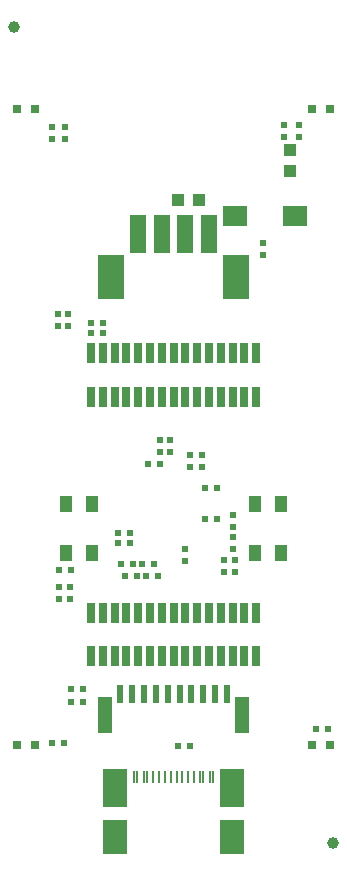
<source format=gbr>
%TF.GenerationSoftware,KiCad,Pcbnew,7.0.9-7.0.9~ubuntu22.04.1*%
%TF.CreationDate,2024-11-21T15:58:09+02:00*%
%TF.ProjectId,ESP32-P4-DevKit_Rev_B,45535033-322d-4503-942d-4465764b6974,B*%
%TF.SameCoordinates,PX80befc0PY7459280*%
%TF.FileFunction,Paste,Top*%
%TF.FilePolarity,Positive*%
%FSLAX46Y46*%
G04 Gerber Fmt 4.6, Leading zero omitted, Abs format (unit mm)*
G04 Created by KiCad (PCBNEW 7.0.9-7.0.9~ubuntu22.04.1) date 2024-11-21 15:58:09*
%MOMM*%
%LPD*%
G01*
G04 APERTURE LIST*
%ADD10R,2.100000X3.200000*%
%ADD11R,2.100000X3.000000*%
%ADD12R,1.100000X2.200000*%
%ADD13R,1.100000X2.000000*%
%ADD14R,0.280000X1.130000*%
%ADD15R,0.230000X1.130000*%
%ADD16R,0.740000X1.750000*%
%ADD17R,0.800000X0.800000*%
%ADD18R,0.500000X0.550000*%
%ADD19R,0.550000X0.500000*%
%ADD20R,1.000000X1.400000*%
%ADD21R,1.016000X1.016000*%
%ADD22C,1.000000*%
%ADD23R,1.200000X3.100000*%
%ADD24R,0.600000X1.550000*%
%ADD25R,2.200000X3.700000*%
%ADD26R,1.400000X3.200000*%
%ADD27R,2.000000X1.700000*%
G04 APERTURE END LIST*
D10*
X19927600Y6030000D03*
X10072400Y6030000D03*
D11*
X19927600Y1850000D03*
X10072400Y1850000D03*
D12*
X19927600Y6030000D03*
X10072400Y6030000D03*
D13*
X19927600Y1850000D03*
X10072400Y1850000D03*
D14*
X11675000Y6932000D03*
X12475000Y6932000D03*
D15*
X13750000Y6932000D03*
X14750000Y6932000D03*
X15250000Y6932000D03*
X16250000Y6932000D03*
D14*
X17525000Y6932000D03*
X18325000Y6932000D03*
X18075000Y6932000D03*
X17275000Y6932000D03*
D15*
X16750000Y6932000D03*
X15750000Y6932000D03*
X14250000Y6932000D03*
X13250000Y6932000D03*
D14*
X12725000Y6932000D03*
X11925000Y6932000D03*
D16*
X8000000Y42825000D03*
X8000000Y39175000D03*
X9000000Y42825000D03*
X9000000Y39175000D03*
X10000000Y42825000D03*
X10000000Y39175000D03*
X11000000Y42825000D03*
X11000000Y39175000D03*
X12000000Y42825000D03*
X12000000Y39175000D03*
X13000000Y42825000D03*
X13000000Y39175000D03*
X14000000Y42825000D03*
X14000000Y39175000D03*
X15000000Y42825000D03*
X15000000Y39175000D03*
X16000000Y42825000D03*
X16000000Y39175000D03*
X17000000Y42825000D03*
X17000000Y39175000D03*
X18000000Y42825000D03*
X18000000Y39175000D03*
X19000000Y42825000D03*
X19000000Y39175000D03*
X20000000Y42825000D03*
X20000000Y39175000D03*
X21000000Y42825000D03*
X21000000Y39175000D03*
X22000000Y42825000D03*
X22000000Y39175000D03*
D17*
X3262000Y9700000D03*
X1738000Y9700000D03*
D18*
X10288000Y27639000D03*
X11304000Y27639000D03*
D17*
X1738000Y63500000D03*
X3262000Y63500000D03*
D19*
X20067000Y29163000D03*
X20067000Y28147000D03*
D20*
X5925000Y25925000D03*
X8075000Y25925000D03*
X5925000Y30075000D03*
X8075000Y30075000D03*
D19*
X20194000Y24337000D03*
X20194000Y25353000D03*
D18*
X7367000Y14431000D03*
X6351000Y14431000D03*
X10288000Y26750000D03*
X11304000Y26750000D03*
D19*
X5335000Y22051000D03*
X5335000Y23067000D03*
X20067000Y27258000D03*
X20067000Y26242000D03*
X6097000Y45165000D03*
X6097000Y46181000D03*
D17*
X26738000Y63500000D03*
X28262000Y63500000D03*
D18*
X12701000Y23956000D03*
X13717000Y23956000D03*
X8002000Y45419000D03*
X9018000Y45419000D03*
D21*
X15368000Y55833000D03*
X17146000Y55833000D03*
D16*
X8000000Y20825000D03*
X8000000Y17175000D03*
X9000000Y20825000D03*
X9000000Y17175000D03*
X10000000Y20825000D03*
X10000000Y17175000D03*
X11000000Y20825000D03*
X11000000Y17175000D03*
X12000000Y20825000D03*
X12000000Y17175000D03*
X13000000Y20825000D03*
X13000000Y17175000D03*
X14000000Y20825000D03*
X14000000Y17175000D03*
X15000000Y20825000D03*
X15000000Y17175000D03*
X16000000Y20825000D03*
X16000000Y17175000D03*
X17000000Y20825000D03*
X17000000Y17175000D03*
X18000000Y20825000D03*
X18000000Y17175000D03*
X19000000Y20825000D03*
X19000000Y17175000D03*
X20000000Y20825000D03*
X20000000Y17175000D03*
X21000000Y20825000D03*
X21000000Y17175000D03*
X22000000Y20825000D03*
X22000000Y17175000D03*
D19*
X24385000Y62183000D03*
X24385000Y61167000D03*
D18*
X12320000Y24972000D03*
X13336000Y24972000D03*
X8002000Y44530000D03*
X9018000Y44530000D03*
D22*
X1500000Y70500000D03*
D20*
X24075000Y30075000D03*
X21925000Y30075000D03*
X24075000Y25925000D03*
X21925000Y25925000D03*
D18*
X17654000Y28782000D03*
X18670000Y28782000D03*
X12828000Y33481000D03*
X13844000Y33481000D03*
D19*
X6224000Y22051000D03*
X6224000Y23067000D03*
D17*
X28262000Y9700000D03*
X26738000Y9700000D03*
D18*
X6351000Y13288000D03*
X7367000Y13288000D03*
D19*
X16384000Y34243000D03*
X16384000Y33227000D03*
D18*
X11558000Y24972000D03*
X10542000Y24972000D03*
D23*
X20800000Y12250000D03*
X9200000Y12250000D03*
D24*
X19500000Y14025000D03*
X18500000Y14025000D03*
X17500000Y14025000D03*
X16500000Y14025000D03*
X15500000Y14025000D03*
X14500000Y14025000D03*
X13500000Y14025000D03*
X12500000Y14025000D03*
X11500000Y14025000D03*
X10500000Y14025000D03*
D19*
X5208000Y46181000D03*
X5208000Y45165000D03*
X16003000Y26242000D03*
X16003000Y25226000D03*
D25*
X9700000Y49275000D03*
D26*
X12000000Y52900000D03*
X14000000Y52900000D03*
X16000000Y52900000D03*
X18000000Y52900000D03*
D25*
X20300000Y49275000D03*
D18*
X17654000Y31449000D03*
X18670000Y31449000D03*
D19*
X25655000Y62183000D03*
X25655000Y61167000D03*
X14733000Y34497000D03*
X14733000Y35513000D03*
X22607000Y51134000D03*
X22607000Y52150000D03*
D18*
X5335000Y24464000D03*
X6351000Y24464000D03*
D19*
X19305000Y24337000D03*
X19305000Y25353000D03*
X17400000Y34243000D03*
X17400000Y33227000D03*
X5800000Y62008000D03*
X5800000Y60992000D03*
X4700000Y62008000D03*
X4700000Y60992000D03*
D21*
X24893000Y58246000D03*
X24893000Y60024000D03*
D18*
X11939000Y23956000D03*
X10923000Y23956000D03*
D27*
X25234000Y54436000D03*
X20234000Y54436000D03*
D19*
X13844000Y34497000D03*
X13844000Y35513000D03*
D18*
X4700000Y9859000D03*
X5716000Y9859000D03*
X16384000Y9605000D03*
X15368000Y9605000D03*
D22*
X28500000Y1400000D03*
D18*
X27052000Y11002000D03*
X28068000Y11002000D03*
M02*

</source>
